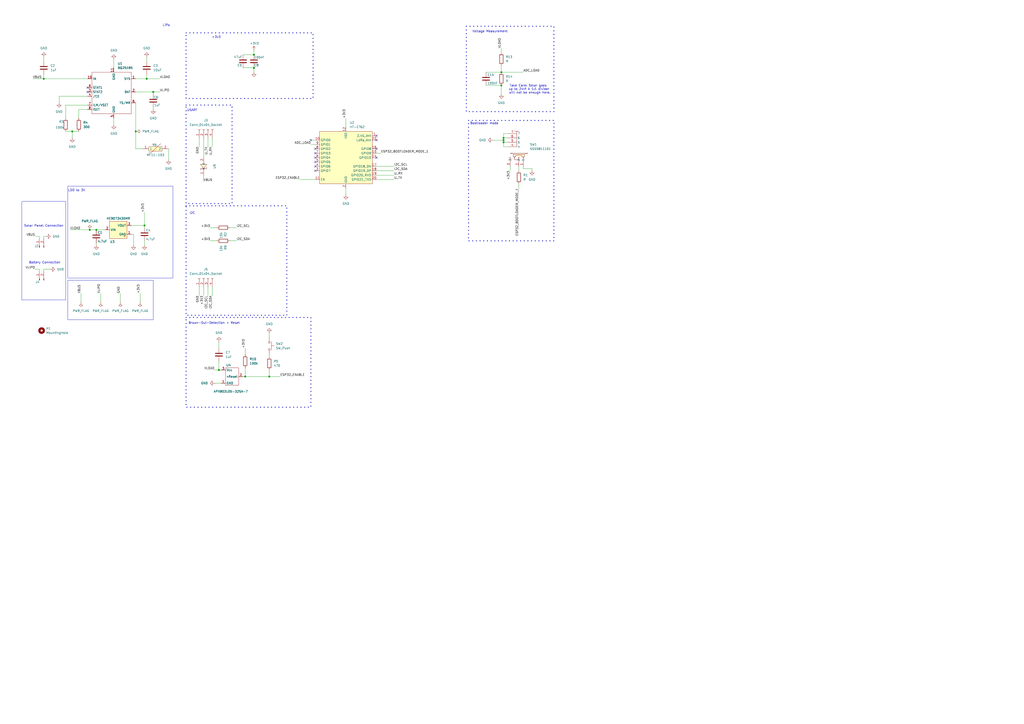
<source format=kicad_sch>
(kicad_sch (version 20250114) (generator "eeschema") (generator_version "9.0")
  (paper "A2")
  (title_block (title "SRCS") (date "2024-06-16"))
  (lib_symbols
    (symbol "Connector:Conn_01x02_Pin" (pin_names (offset 1.016) (hide yes))
      (property "Reference" "J" (at 0 2.54 0))
      (property "Value" "Conn_01x02_Pin" (at 0 -5.08 0))
      (symbol "Conn_01x02_Pin_1_1"
        (rectangle (start 0.8636 0.127) (end 0 -0.127) (stroke (width 0.1524)) (fill (type outline)))
        (rectangle (start 0.8636 -2.413) (end 0 -2.667) (stroke (width 0.1524)) (fill (type outline)))
        (polyline (pts (xy 1.27 0) (xy 0.8636 0)) (stroke (width 0.1524)))
        (polyline (pts (xy 1.27 -2.54) (xy 0.8636 -2.54)) (stroke (width 0.1524)))
        (pin passive line (at 5.08 0 180) (length 3.81) (name "Pin_1") (number "1"))
        (pin passive line (at 5.08 -2.54 180) (length 3.81) (name "Pin_2") (number "2"))
      )
    )
    (symbol "Connector:Conn_01x04_Socket" (pin_names (offset 1.016) (hide yes))
      (property "Reference" "J" (at 0 5.08 0))
      (property "Value" "Conn_01x04_Socket" (at 0 -7.62 0))
      (symbol "Conn_01x04_Socket_1_1"
        (polyline (pts (xy -1.27 2.54) (xy -0.508 2.54)) (stroke (width 0.1524)))
        (polyline (pts (xy -1.27 0) (xy -0.508 0)) (stroke (width 0.1524)))
        (polyline (pts (xy -1.27 -2.54) (xy -0.508 -2.54)) (stroke (width 0.1524)))
        (polyline (pts (xy -1.27 -5.08) (xy -0.508 -5.08)) (stroke (width 0.1524)))
        (arc (start 0 2.032) (mid -0.5058 2.54) (end 0 3.048) (stroke (width 0.1524)))
        (arc (start 0 -0.508) (mid -0.5058 0) (end 0 0.508) (stroke (width 0.1524)))
        (arc (start 0 -3.048) (mid -0.5058 -2.54) (end 0 -2.032) (stroke (width 0.1524)))
        (arc (start 0 -5.588) (mid -0.5058 -5.08) (end 0 -4.572) (stroke (width 0.1524)))
        (pin passive line (at -5.08 2.54 0) (length 3.81) (name "Pin_1") (number "1"))
        (pin passive line (at -5.08 0 0) (length 3.81) (name "Pin_2") (number "2"))
        (pin passive line (at -5.08 -2.54 0) (length 3.81) (name "Pin_3") (number "3"))
        (pin passive line (at -5.08 -5.08 0) (length 3.81) (name "Pin_4") (number "4"))
      )
    )
    (symbol "Device:C" (pin_numbers (hide yes)) (pin_names (offset 0.254))
      (property "Reference" "C" (at 0.635 2.54 0))
      (property "Value" "C" (at 0.635 -2.54 0))
      (symbol "C_0_1"
        (polyline (pts (xy -2.032 0.762) (xy 2.032 0.762)) (stroke (width 0.508)))
        (polyline (pts (xy -2.032 -0.762) (xy 2.032 -0.762)) (stroke (width 0.508)))
      )
      (symbol "C_1_1"
        (pin passive line (at 0 3.81 270) (length 2.794) (name "~") (number "1"))
        (pin passive line (at 0 -3.81 90) (length 2.794) (name "~") (number "2"))
      )
    )
    (symbol "Device:R" (pin_numbers (hide yes)) (pin_names (offset 0))
      (property "Reference" "R" (at 2.032 0 90))
      (property "Value" "R" (at 0 0 90))
      (symbol "R_0_1"
        (rectangle (start -1.016 -2.54) (end 1.016 2.54) (stroke (width 0.254)))
      )
      (symbol "R_1_1"
        (pin passive line (at 0 3.81 270) (length 1.27) (name "~") (number "1"))
        (pin passive line (at 0 -3.81 90) (length 1.27) (name "~") (number "2"))
      )
    )
    (symbol "Mechanical:MountingHole" (pin_names (offset 1.016)) (in_bom no)
      (property "Reference" "H" (at 0 5.08 0))
      (property "Value" "MountingHole" (at 0 3.175 0))
      (symbol "MountingHole_0_1"
        (circle (center 0 0) (radius 1.27) (stroke (width 1.27)))
      )
    )
    (symbol "RF_Module:HT-CT62"
      (property "Reference" "U" (at 0 0 0))
      (property "Value" "HT-CT62" (at 10.16 17.78 0))
      (symbol "HT-CT62_1_1"
        (rectangle (start -15.24 15.24) (end 15.24 -15.24) (fill (type background)))
        (pin bidirectional line (at -17.78 10.16 0) (length 2.54) (name "GPIO0") (number "10"))
        (pin bidirectional line (at -17.78 7.62 0) (length 2.54) (name "GPIO1") (number "9"))
        (pin bidirectional line (at -17.78 5.08 0) (length 2.54) (name "GPIO2") (number "8"))
        (pin bidirectional line (at -17.78 2.54 0) (length 2.54) (name "GPIO3") (number "7"))
        (pin bidirectional line (at -17.78 0 0) (length 2.54) (name "GPIO4") (number "6"))
        (pin bidirectional line (at -17.78 -2.54 0) (length 2.54) (name "GPIO5") (number "5"))
        (pin bidirectional line (at -17.78 -5.08 0) (length 2.54) (name "GPIO6") (number "4"))
        (pin bidirectional line (at -17.78 -7.62 0) (length 2.54) (name "GPIO7") (number "3"))
        (pin input line (at -17.78 -12.7 0) (length 2.54) (name "EN") (number "11"))
        (pin power_in line (at 0 17.78 270) (length 2.54) (name "VDD") (number "12"))
        (pin passive line (at 0 -17.78 90) (length 2.54) (hide yes) (name "GND") (number "13"))
        (pin power_in line (at 0 -17.78 90) (length 2.54) (name "GND") (number "2"))
        (pin passive line (at 0 -17.78 90) (length 2.54) (hide yes) (name "GND") (number "21"))
        (pin bidirectional line (at 17.78 12.7 180) (length 2.54) (name "2.4G_Ant") (number "1"))
        (pin bidirectional line (at 17.78 10.16 180) (length 2.54) (name "LoRa_Ant") (number "22"))
        (pin bidirectional line (at 17.78 5.08 180) (length 2.54) (name "GPIO8") (number "16"))
        (pin bidirectional line (at 17.78 2.54 180) (length 2.54) (name "GPIO9") (number "15"))
        (pin bidirectional line (at 17.78 0 180) (length 2.54) (name "GPIO10") (number "14"))
        (pin bidirectional line (at 17.78 -5.08 180) (length 2.54) (name "GPIO18_DN") (number "17"))
        (pin bidirectional line (at 17.78 -7.62 180) (length 2.54) (name "GPIO19_DP") (number "18"))
        (pin bidirectional line (at 17.78 -10.16 180) (length 2.54) (name "GPIO20_RXD") (number "19"))
        (pin bidirectional line (at 17.78 -12.7 180) (length 2.54) (name "GPIO21_TXD") (number "20"))
      )
    )
    (symbol "Switch:SW_Push" (pin_numbers (hide yes)) (pin_names (offset 1.016) (hide yes))
      (property "Reference" "SW" (at 1.27 2.54 0))
      (property "Value" "SW_Push" (at 0 -1.524 0))
      (symbol "SW_Push_0_1"
        (circle (center -2.032 0) (radius 0.508))
        (polyline (pts (xy 0 1.27) (xy 0 3.048)))
        (circle (center 2.032 0) (radius 0.508))
        (polyline (pts (xy 2.54 1.27) (xy -2.54 1.27)))
        (pin passive line (at -5.08 0 0) (length 2.54) (name "1") (number "1"))
        (pin passive line (at 5.08 0 180) (length 2.54) (name "2") (number "2"))
      )
    )
    (symbol "own_symbols:APX803L05-32SA-7"
      (property "Reference" "U" (at 0 0 0))
      (property "Value" "APX803L05-32SA-7" (at 3.302 2.286 0))
      (symbol "APX803L05-32SA-7_0_1"
        (rectangle (start 0 -1.27) (end 7.62 -11.43))
      )
      (symbol "APX803L05-32SA-7_1_1"
        (pin passive line (at -2.54 -2.54 0) (length 2.54) (name "Vcc") (number "3"))
        (pin passive line (at -2.54 -10.16 0) (length 2.54) (name "GND") (number "1"))
        (pin passive line (at 10.16 -6.35 180) (length 2.54) (name "nReset") (number "2"))
      )
    )
    (symbol "own_symbols:BQ25185"
      (property "Reference" "U" (at 0 0 0))
      (property "Value" "BQ25185" (at 0 0 0))
      (symbol "BQ25185_1_1"
        (rectangle (start 7.62 -1.27) (end 30.48 -25.4))
        (pin input line (at 5.08 -5.08 0) (length 2.54) (name "IN") (number "10"))
        (pin input line (at 5.08 -10.16 0) (length 2.54) (name "STAT1") (number "9"))
        (pin input line (at 5.08 -12.7 0) (length 2.54) (name "STAT2") (number "3"))
        (pin input line (at 5.08 -15.24 0) (length 2.54) (name "/CE") (number "4"))
        (pin input line (at 5.08 -20.32 0) (length 2.54) (name "ILM/VSET") (number "7"))
        (pin input line (at 5.08 -22.86 0) (length 2.54) (name "ISET") (number "8"))
        (pin input line (at 20.32 1.27 270) (length 2.54) (name "GND") (number "11"))
        (pin input line (at 20.32 -27.94 90) (length 2.54) (name "GND") (number "5"))
        (pin input line (at 33.02 -5.08 180) (length 2.54) (name "SYS") (number "1"))
        (pin input line (at 33.02 -12.7 180) (length 2.54) (name "BAT") (number "2"))
        (pin input line (at 33.02 -19.05 180) (length 2.54) (name "TS/MR") (number "6"))
      )
    )
    (symbol "own_symbols:HE9073A33MR"
      (property "Reference" "U" (at 0 7.62 0))
      (property "Value" "HE9073A33MR" (at 0 -7.62 0))
      (symbol "HE9073A33MR_0_1"
        (rectangle (start -5.08 5.08) (end 5.08 -5.08) (fill (type background)))
        (circle (center -3.81 3.81) (radius 0.38))
        (pin unspecified line (at -7.62 2.54 0) (length 2.54) (name "GND") (number "1"))
        (pin unspecified line (at -7.62 -2.54 0) (length 2.54) (name "VOUT") (number "3"))
        (pin unspecified line (at 7.62 0 180) (length 2.54) (name "VIN") (number "2"))
      )
    )
    (symbol "own_symbols:MF11-103"
      (property "Reference" "R" (at 0 5.08 0))
      (property "Value" "MF11-103" (at 0 -5.08 0))
      (symbol "MF11-103_0_1"
        (rectangle (start -3.81 1.27) (end 3.81 -1.27) (fill (type background)))
        (polyline (pts (xy 3.05 3.05) (xy -2.54 -2.29) (xy -3.81 -2.29)))
        (pin unspecified line (at -7.62 0 0) (length 3.81) (name "1") (number "1"))
        (pin unspecified line (at 7.62 0 180) (length 3.81) (name "2") (number "2"))
      )
    )
    (symbol "own_symbols:SS26_C5350986"
      (property "Reference" "U" (at 0 5.08 0))
      (property "Value" "SS26_C5350986" (at 0 -5.08 0))
      (symbol "SS26_C5350986_0_1"
        (polyline (pts (xy -1.78 1.27) (xy -1.78 1.78) (xy -1.27 1.78) (xy -1.27 -1.78) (xy -0.76 -1.78) (xy -0.76 -1.27)))
        (polyline (pts (xy -1.27 0) (xy -2.54 0)))
        (polyline (pts (xy 1.27 1.78) (xy -1.27 0) (xy 1.27 -1.78) (xy 1.27 1.78)) (fill (type background)))
        (polyline (pts (xy 2.54 0) (xy 1.27 0)))
        (pin unspecified line (at -5.08 0 0) (length 2.54) (name "K") (number "1"))
        (pin unspecified line (at 5.08 0 180) (length 2.54) (name "A") (number "2"))
      )
    )
    (symbol "own_symbols:SSSS811101"
      (property "Reference" "SW" (at 0 8.89 0))
      (property "Value" "SSSS811101" (at 0 -20.32 0))
      (symbol "SSSS811101_0_1"
        (polyline (pts (xy -1.27 1.27) (xy -1.27 -1.27)))
        (polyline (pts (xy -1.27 -1.52) (xy -1.52 -1.02)))
        (polyline (pts (xy -1.27 -1.52) (xy -1.02 -1.02)))
        (polyline (pts (xy 1.27 1.27) (xy 1.27 -1.27)))
        (polyline (pts (xy 1.27 0) (xy 3.81 0) (xy 3.81 -1.27)))
        (polyline (pts (xy 1.27 -1.52) (xy 1.02 -1.02)))
        (polyline (pts (xy 1.27 -1.52) (xy 1.52 -1.02)))
        (polyline (pts (xy 1.27 -16.51) (xy 3.81 -16.51)))
        (polyline (pts (xy 2.54 -7.62) (xy 2.54 -16.51)))
        (polyline (pts (xy 3.81 -1.52) (xy 3.56 -1.02)))
        (polyline (pts (xy 3.81 -1.52) (xy 4.06 -1.02)))
        (polyline (pts (xy 4.57 -1.78) (xy 4.57 -3.3) (xy -2.03 -3.3) (xy -2.03 -1.78) (xy -0.51 -1.78) (xy -0.51 -2.54) (xy 3.05 -2.54) (xy 3.05 -1.78) (xy 4.57 -1.78)) (fill (type background)))
        (polyline (pts (xy 5.08 -3.56) (xy 6.35 -3.81) (xy -4.06 -3.81) (xy -2.54 -3.56)))
        (polyline (pts (xy 6.35 1.27) (xy 6.35 -1.27)))
        (polyline (pts (xy 6.35 -1.52) (xy 6.1 -1.02)))
        (polyline (pts (xy 6.35 -1.52) (xy 6.6 -1.02)))
        (pin unspecified line (at -1.27 3.81 270) (length 2.54) (name "1") (number "1"))
        (pin unspecified line (at 1.27 3.81 270) (length 2.54) (name "2") (number "2"))
        (pin unspecified line (at 6.35 3.81 270) (length 2.54) (name "3") (number "3"))
        (pin unspecified line (at 7.62 -7.62 180) (length 5.08) (name "4") (number "4"))
        (pin unspecified line (at 7.62 -10.16 180) (length 5.08) (name "5") (number "5"))
        (pin unspecified line (at 7.62 -12.7 180) (length 5.08) (name "6") (number "6"))
        (pin unspecified line (at 7.62 -15.24 180) (length 5.08) (name "7") (number "7"))
      )
    )
    (symbol "power:+3V0" (power) (pin_numbers (hide yes)) (pin_names (offset 0) (hide yes))
      (property "Value" "+3V0" (at 0 3.556 0))
      (symbol "+3V0_0_1"
        (polyline (pts (xy -0.762 1.27) (xy 0 2.54)))
        (polyline (pts (xy 0 2.54) (xy 0.762 1.27)))
        (polyline (pts (xy 0 0) (xy 0 2.54)))
      )
      (symbol "+3V0_1_1"
        (pin power_in line (at 0 0 90) (length 0) (name "~") (number "1"))
      )
    )
    (symbol "power:GND" (power) (pin_numbers (hide yes)) (pin_names (offset 0) (hide yes))
      (property "Value" "GND" (at 0 -3.81 0))
      (symbol "GND_0_1"
        (polyline (pts (xy 0 0) (xy 0 -1.27) (xy 1.27 -1.27) (xy 0 -2.54) (xy -1.27 -1.27) (xy 0 -1.27)))
      )
      (symbol "GND_1_1"
        (pin power_in line (at 0 0 270) (length 0) (name "~") (number "1"))
      )
    )
    (symbol "power:PWR_FLAG" (power) (pin_numbers (hide yes)) (pin_names (offset 0) (hide yes))
      (property "Value" "PWR_FLAG" (at 0 3.81 0))
      (symbol "PWR_FLAG_0_0"
        (pin power_out line (at 0 0 90) (length 0) (name "~") (number "1"))
      )
      (symbol "PWR_FLAG_0_1"
        (polyline (pts (xy 0 0) (xy 0 1.27) (xy -1.016 1.905) (xy 0 2.54) (xy 1.016 1.905) (xy 0 1.27)))
      )
    )
  )
  (rectangle (start 107.95 19.05) (end 181.61 57.15) (stroke (width 0.508) (type dot)))
  (rectangle (start 107.95 60.96) (end 134.62 118.11) (stroke (width 0.508) (type dot)))
  (rectangle (start 107.95 119.38) (end 166.37 182.88) (stroke (width 0.508) (type dot)))
  (rectangle (start 39.37 162.56) (end 88.9 185.42))
  (rectangle (start 271.78 69.85) (end 321.31 139.7) (stroke (width 0.508) (type dot)))
  (rectangle (start 39.37 107.95) (end 100.33 161.29))
  (rectangle (start 12.7 116.84) (end 38.1 173.99))
  (rectangle (start 270.51 15.24) (end 321.31 64.77) (stroke (width 0.508) (type dot)))
  (rectangle (start 107.95 184.15) (end 180.34 236.22) (stroke (width 0.508) (type dot)))
  (text "Bootloader mode" (at 280.924 71.628 0) (effects (font (size 1.27 1.27))))
  (text "USART" (at 111.506 64.008 0) (effects (font (size 1.27 1.27))))
  (text "Voltage Measurement" (at 284.226 18.288 0) (effects (font (size 1.27 1.27))))
  (text "LiPo" (at 96.52 14.732 0) (effects (font (size 1.27 1.27))))
  (text "+3v3" (at 125.476 21.59 0) (effects (font (size 1.27 1.27))))
  (text "Brown-Out-Detection + Reset" (at 124.206 187.452 0) (effects (font (size 1.27 1.27))))
  (text "Solar Panel Connection" (at 25.4 131.064 0) (effects (font (size 1.27 1.27))))
  (text "LDO to 3V" (at 44.45 110.49 0) (effects (font (size 1.27 1.27))))
  (text "I2C" (at 111.506 123.698 0) (effects (font (size 1.27 1.27))))
  (text "Battery Connection" (at 25.908 152.4 0) (effects (font (size 1.27 1.27))))
  (text "Take Care: Solar goes \nup to 24V! A 1:1 divider\n will not be enough here." (at 306.832 51.816 0) (effects (font (size 1.27 1.27))))
  (junction (at 290.83 49.53))
  (junction (at 25.4 45.72))
  (junction (at 290.83 41.91))
  (junction (at 292.1 81.28))
  (junction (at 85.09 45.72))
  (junction (at 88.9 53.34))
  (junction (at 292.1 82.55))
  (junction (at 52.07 133.35))
  (junction (at 41.91 76.2))
  (junction (at 142.24 218.44))
  (junction (at 83.82 130.81))
  (junction (at 156.21 218.44))
  (junction (at 147.32 31.75))
  (junction (at 55.88 133.35))
  (junction (at 292.1 80.01))
  (junction (at 78.74 76.2))
  (junction (at 127 214.63))
  (junction (at 147.32 39.37))
  (no_connect (at 50.8 50.8))
  (no_connect (at 180.34 81.28))
  (no_connect (at 182.88 96.52))
  (no_connect (at 218.44 78.74))
  (no_connect (at 182.88 88.9))
  (no_connect (at 218.44 91.44))
  (no_connect (at 182.88 93.98))
  (no_connect (at 182.88 99.06))
  (no_connect (at 218.44 81.28))
  (no_connect (at 218.44 86.36))
  (no_connect (at 182.88 86.36))
  (no_connect (at 182.88 91.44))
  (no_connect (at 50.8 53.34))
  (wire (pts (xy 34.29 55.88) (xy 34.29 59.69)))
  (wire (pts (xy 38.1 68.58) (xy 38.1 60.96)))
  (wire (pts (xy 123.19 80.01) (xy 123.19 85.09)))
  (wire (pts (xy 290.83 41.91) (xy 303.53 41.91)))
  (wire (pts (xy 19.05 45.72) (xy 25.4 45.72)))
  (wire (pts (xy 140.97 31.75) (xy 147.32 31.75)))
  (wire (pts (xy 285.75 81.28) (xy 292.1 81.28)))
  (wire (pts (xy 55.88 133.35) (xy 60.96 133.35)))
  (wire (pts (xy 25.4 138.43) (xy 25.4 137.16)))
  (wire (pts (xy 300.99 106.68) (xy 300.99 109.22)))
  (wire (pts (xy 20.32 156.21) (xy 22.86 156.21)))
  (wire (pts (xy 123.19 166.37) (xy 123.19 171.45)))
  (wire (pts (xy 50.8 55.88) (xy 34.29 55.88)))
  (wire (pts (xy 88.9 62.23) (xy 88.9 63.5)))
  (wire (pts (xy 22.86 137.16) (xy 22.86 138.43)))
  (wire (pts (xy 25.4 45.72) (xy 50.8 45.72)))
  (wire (pts (xy 20.32 137.16) (xy 22.86 137.16)))
  (wire (pts (xy 156.21 218.44) (xy 162.56 218.44)))
  (wire (pts (xy 147.32 29.21) (xy 147.32 31.75)))
  (wire (pts (xy 292.1 82.55) (xy 294.64 82.55)))
  (wire (pts (xy 78.74 45.72) (xy 85.09 45.72)))
  (wire (pts (xy 292.1 82.55) (xy 292.1 85.09)))
  (wire (pts (xy 308.61 97.79) (xy 308.61 99.06)))
  (wire (pts (xy 78.74 59.69) (xy 78.74 76.2)))
  (wire (pts (xy 83.82 139.7) (xy 83.82 142.24)))
  (wire (pts (xy 140.97 218.44) (xy 142.24 218.44)))
  (wire (pts (xy 156.21 205.74) (xy 156.21 207.01)))
  (wire (pts (xy 218.44 101.6) (xy 228.6 101.6)))
  (wire (pts (xy 25.4 43.18) (xy 25.4 45.72)))
  (wire (pts (xy 200.66 68.58) (xy 200.66 73.66)))
  (wire (pts (xy 85.09 45.72) (xy 92.71 45.72)))
  (wire (pts (xy 292.1 77.47) (xy 292.1 80.01)))
  (wire (pts (xy 218.44 104.14) (xy 228.6 104.14)))
  (wire (pts (xy 292.1 80.01) (xy 292.1 81.28)))
  (wire (pts (xy 180.34 81.28) (xy 182.88 81.28)))
  (wire (pts (xy 294.64 77.47) (xy 292.1 77.47)))
  (wire (pts (xy 118.11 101.6) (xy 118.11 105.41)))
  (wire (pts (xy 38.1 60.96) (xy 50.8 60.96)))
  (wire (pts (xy 156.21 214.63) (xy 156.21 218.44)))
  (wire (pts (xy 97.79 86.36) (xy 97.79 92.71)))
  (wire (pts (xy 125.73 139.7) (xy 121.92 139.7)))
  (wire (pts (xy 78.74 86.36) (xy 82.55 86.36)))
  (wire (pts (xy 40.64 133.35) (xy 52.07 133.35)))
  (wire (pts (xy 83.82 130.81) (xy 83.82 132.08)))
  (wire (pts (xy 41.91 76.2) (xy 41.91 80.01)))
  (wire (pts (xy 292.1 81.28) (xy 292.1 82.55)))
  (wire (pts (xy 77.47 135.89) (xy 77.47 142.24)))
  (wire (pts (xy 290.83 38.1) (xy 290.83 41.91)))
  (wire (pts (xy 290.83 27.94) (xy 290.83 30.48)))
  (wire (pts (xy 115.57 80.01) (xy 115.57 85.09)))
  (wire (pts (xy 66.04 68.58) (xy 66.04 72.39)))
  (wire (pts (xy 290.83 49.53) (xy 290.83 54.61)))
  (wire (pts (xy 124.46 214.63) (xy 127 214.63)))
  (wire (pts (xy 218.44 99.06) (xy 228.6 99.06)))
  (wire (pts (xy 78.74 76.2) (xy 78.74 86.36)))
  (wire (pts (xy 76.2 130.81) (xy 83.82 130.81)))
  (wire (pts (xy 281.94 49.53) (xy 290.83 49.53)))
  (wire (pts (xy 88.9 53.34) (xy 92.71 53.34)))
  (wire (pts (xy 281.94 41.91) (xy 290.83 41.91)))
  (wire (pts (xy 25.4 137.16) (xy 26.67 137.16)))
  (wire (pts (xy 22.86 157.48) (xy 22.86 156.21)))
  (wire (pts (xy 127 198.12) (xy 127 201.93)))
  (wire (pts (xy 300.99 96.52) (xy 300.99 99.06)))
  (wire (pts (xy 218.44 96.52) (xy 228.6 96.52)))
  (wire (pts (xy 25.4 33.02) (xy 25.4 35.56)))
  (wire (pts (xy 295.91 96.52) (xy 295.91 99.06)))
  (wire (pts (xy 83.82 123.19) (xy 83.82 130.81)))
  (wire (pts (xy 25.4 156.21) (xy 29.21 156.21)))
  (wire (pts (xy 76.2 135.89) (xy 77.47 135.89)))
  (wire (pts (xy 147.32 39.37) (xy 147.32 41.91)))
  (wire (pts (xy 127 209.55) (xy 127 214.63)))
  (wire (pts (xy 125.73 132.08) (xy 121.92 132.08)))
  (wire (pts (xy 180.34 83.82) (xy 182.88 83.82)))
  (wire (pts (xy 55.88 140.97) (xy 55.88 142.24)))
  (wire (pts (xy 120.65 80.01) (xy 120.65 85.09)))
  (wire (pts (xy 52.07 133.35) (xy 55.88 133.35)))
  (wire (pts (xy 41.91 76.2) (xy 45.72 76.2)))
  (wire (pts (xy 25.4 157.48) (xy 25.4 156.21)))
  (wire (pts (xy 69.85 175.26) (xy 69.85 170.18)))
  (wire (pts (xy 140.97 39.37) (xy 147.32 39.37)))
  (wire (pts (xy 45.72 68.58) (xy 45.72 63.5)))
  (wire (pts (xy 142.24 201.93) (xy 142.24 205.74)))
  (wire (pts (xy 66.04 34.29) (xy 66.04 39.37)))
  (wire (pts (xy 292.1 85.09) (xy 294.64 85.09)))
  (wire (pts (xy 81.28 175.26) (xy 81.28 170.18)))
  (wire (pts (xy 38.1 76.2) (xy 41.91 76.2)))
  (wire (pts (xy 303.53 97.79) (xy 308.61 97.79)))
  (wire (pts (xy 200.66 109.22) (xy 200.66 113.03)))
  (wire (pts (xy 115.57 166.37) (xy 115.57 171.45)))
  (wire (pts (xy 120.65 166.37) (xy 120.65 171.45)))
  (wire (pts (xy 46.99 175.26) (xy 46.99 170.18)))
  (wire (pts (xy 156.21 193.04) (xy 156.21 195.58)))
  (wire (pts (xy 137.16 132.08) (xy 133.35 132.08)))
  (wire (pts (xy 78.74 53.34) (xy 88.9 53.34)))
  (wire (pts (xy 218.44 88.9) (xy 220.98 88.9)))
  (wire (pts (xy 85.09 45.72) (xy 85.09 43.18)))
  (wire (pts (xy 137.16 139.7) (xy 133.35 139.7)))
  (wire (pts (xy 173.99 104.14) (xy 182.88 104.14)))
  (wire (pts (xy 85.09 33.02) (xy 85.09 35.56)))
  (wire (pts (xy 45.72 63.5) (xy 50.8 63.5)))
  (wire (pts (xy 292.1 80.01) (xy 294.64 80.01)))
  (wire (pts (xy 142.24 218.44) (xy 156.21 218.44)))
  (wire (pts (xy 124.46 222.25) (xy 128.27 222.25)))
  (wire (pts (xy 118.11 80.01) (xy 118.11 91.44)))
  (wire (pts (xy 142.24 213.36) (xy 142.24 218.44)))
  (wire (pts (xy 118.11 166.37) (xy 118.11 171.45)))
  (wire (pts (xy 88.9 54.61) (xy 88.9 53.34)))
  (wire (pts (xy 303.53 96.52) (xy 303.53 97.79)))
  (wire (pts (xy 58.42 175.26) (xy 58.42 170.18)))
  (wire (pts (xy 127 214.63) (xy 128.27 214.63)))
  (label "U_RX" (at 228.6 101.6 0))
  (label "VLIPO" (at 92.71 53.34 0))
  (label "I2C_SCL" (at 120.65 171.45 270))
  (label "GND" (at 69.85 170.18 90))
  (label "VLOAD" (at 40.64 133.35 0))
  (label "ESP32_BOOTLOADER_MODE_1" (at 220.98 88.9 0))
  (label "GND" (at 115.57 171.45 270))
  (label "+3V3" (at 142.24 201.93 90))
  (label "+3V3" (at 295.91 99.06 270))
  (label "VBUS" (at 118.11 105.41 0))
  (label "VLIPO" (at 20.32 156.21 180))
  (label "VLOAD" (at 124.46 214.63 180))
  (label "I2C_SCL" (at 228.6 96.52 0))
  (label "U_TX" (at 228.6 104.14 0))
  (label "ESP32_BOOTLOADER_MODE_1" (at 300.99 109.22 270))
  (label "GND" (at 115.57 85.09 270))
  (label "+3V3" (at 118.11 171.45 270))
  (label "ESP32_ENABLE" (at 162.56 218.44 0))
  (label "I2C_SDA" (at 137.16 139.7 0))
  (label "+3V3" (at 83.82 123.19 90))
  (label "I2C_SCL" (at 137.16 132.08 0))
  (label "+3V3" (at 121.92 132.08 180))
  (label "+3V3" (at 121.92 139.7 180))
  (label "+3V3" (at 200.66 68.58 90))
  (label "U_TX" (at 120.65 85.09 270))
  (label "U_RX" (at 123.19 85.09 270))
  (label "ADC_LOAD" (at 303.53 41.91 0))
  (label "VLOAD" (at 290.83 27.94 90))
  (label "VBUS" (at 20.32 137.16 180))
  (label "VBUS" (at 19.05 45.72 0))
  (label "ESP32_ENABLE" (at 173.99 104.14 180))
  (label "VLOAD" (at 92.71 45.72 0))
  (label "I2C_SDA" (at 228.6 99.06 0))
  (label "I2C_SDA" (at 123.19 171.45 270))
  (label "+3V3" (at 81.28 170.18 90))
  (label "VBUS" (at 46.99 170.18 90))
  (label "VLIPO" (at 58.42 170.18 90))
  (label "ADC_LOAD" (at 180.34 83.82 180))
  (symbol (lib_id "power:GND") (at 147.32 41.91 0) (unit 1)
    (property "Reference" "#PWR015" (effects (hide yes)))
    (property "Value" "GND" (effects (hide yes)))
    (property "Description" "Power symbol creates a global label with name \"GND\" , ground" (effects (hide yes)))
  )
  (symbol (lib_id "Device:R") (at 290.83 45.72 0) (unit 1)
    (property "Reference" "R14" (at 293.37 44.4499 0) (effects (justify left)))
    (property "Value" "R" (at 293.37 46.9899 0) (effects (justify left)))
    (property "Footprint" "Resistor_SMD:R_0805_2012Metric_Pad1.20x1.40mm_HandSolder" (effects (hide yes)))
    (property "Description" "Resistor" (effects (hide yes)))
  )
  (symbol (lib_id "power:GND") (at 83.82 142.24 0) (unit 1)
    (property "Reference" "#PWR04" (effects (hide yes)))
    (property "Value" "GND" (at 83.82 147.32 0))
    (property "Description" "Power symbol creates a global label with name \"GND\" , ground" (effects (hide yes)))
  )
  (symbol (lib_id "power:+3V0") (at 147.32 29.21 0) (unit 1)
    (property "Reference" "#PWR018" (effects (hide yes)))
    (property "Value" "+3V3" (at 147.574 25.146 0))
    (property "Description" "Power symbol creates a global label with name \"+3V0\"" (effects (hide yes)))
  )
  (symbol (lib_id "power:GND") (at 25.4 33.02 180) (unit 1)
    (property "Reference" "#PWR01" (effects (hide yes)))
    (property "Value" "GND" (at 25.4 27.94 0))
    (property "Description" "Power symbol creates a global label with name \"GND\" , ground" (effects (hide yes)))
  )
  (symbol (lib_id "own_symbols:BQ25185") (at 45.72 40.64 0) (unit 1)
    (property "Reference" "U1" (at 68.2341 36.83 0) (effects (justify left)))
    (property "Value" "BQ25185" (at 68.2341 39.37 0) (effects (justify left)))
    (property "Footprint" "footprints:SON40P220X200X80-11N" (effects (hide yes)))
    (property "Datasheet" "https://www.ti.com/lit/ds/symlink/bq25185.pdf?ts=1722005908424&ref_url=https%253A%252F%252Fwww.ti.com%252Fproduct%252FBQ25185%253Fbm-verify%253DAAQAAAAJ_____6hVXXOfig1QrJYe5dcmy8OyrGCZv5oqgX6N77zS6YADkLiuOXdabWMQnL4cuTFBfOVMuK6g3Py6C890YoND-_6SSrIXMZJ2tQlivrzMzZ6HuICT7L24wuiqYV4l6MqbkRg4bRIdmAPjhMkP7h0XSu6y7-h4CgYJbRj4PP4C9wI4bKnu0WHtZrUTDism9XinBc6nfJy--5QQiaPKS2lWeoU5xdYm3rjkfwSqat7IitFp4Dc-00skjTGEPpJg96QO4kRbo0CAGj7PIJ3loMag8QMsoztZaT4B_mqdVA8bi1AdKRZX8GF5z0rfN_OKS5lZUYMWwiKsSVa-1seNBfbtv8HkhnhFlCq-s1lpE7mG7cDwUzA" (effects (hide yes)))
  )
  (symbol (lib_id "Device:C") (at 147.32 35.56 180) (unit 1)
    (property "Reference" "C8" (at 150.114 37.846 0) (effects (justify left)))
    (property "Value" "100nF" (at 153.416 33.274 0) (effects (justify left)))
    (property "Footprint" "Capacitor_SMD:C_0805_2012Metric_Pad1.18x1.45mm_HandSolder" (effects (hide yes)))
    (property "Description" "Unpolarized capacitor" (effects (hide yes)))
  )
  (symbol (lib_id "Device:C") (at 140.97 35.56 180) (unit 1)
    (property "Reference" "C5" (at 137.668 37.846 0) (effects (justify right)))
    (property "Value" "47uF" (at 135.636 33.02 0) (effects (justify right)))
    (property "Footprint" "Resistor_SMD:R_1206_3216Metric_Pad1.30x1.75mm_HandSolder" (effects (hide yes)))
    (property "Description" "Unpolarized capacitor" (effects (hide yes)))
  )
  (symbol (lib_id "power:GND") (at 290.83 54.61 0) (unit 1)
    (property "Reference" "#PWR037" (effects (hide yes)))
    (property "Value" "GND" (at 290.83 59.69 0))
    (property "Description" "Power symbol creates a global label with name \"GND\" , ground" (effects (hide yes)))
  )
  (symbol (lib_id "Device:R") (at 129.54 132.08 270) (unit 1)
    (property "Reference" "R2" (at 130.8101 134.62 0) (effects (justify left)))
    (property "Value" "10k" (at 128.2701 134.62 0) (effects (justify left)))
    (property "Footprint" "Resistor_SMD:R_0805_2012Metric_Pad1.20x1.40mm_HandSolder" (effects (hide yes)))
    (property "Description" "Resistor" (effects (hide yes)))
  )
  (symbol (lib_id "power:GND") (at 308.61 99.06 0) (unit 1)
    (property "Reference" "#PWR02" (effects (hide yes)))
    (property "Value" "GND" (at 308.61 104.14 0))
    (property "Description" "Power symbol creates a global label with name \"GND\" , ground" (effects (hide yes)))
  )
  (symbol (lib_id "Device:R") (at 290.83 34.29 0) (unit 1)
    (property "Reference" "R13" (at 293.37 33.0199 0) (effects (justify left)))
    (property "Value" "R" (at 293.37 35.5599 0) (effects (justify left)))
    (property "Footprint" "Resistor_SMD:R_0805_2012Metric_Pad1.20x1.40mm_HandSolder" (effects (hide yes)))
    (property "Description" "Resistor" (effects (hide yes)))
  )
  (symbol (lib_id "Switch:SW_Push") (at 156.21 200.66 270) (unit 1)
    (property "Reference" "SW2" (at 160.02 199.3899 90) (effects (justify left)))
    (property "Value" "SW_Push" (at 160.02 201.9299 90) (effects (justify left)))
    (property "Footprint" "footprints:SMA_L4.3-W2.6-LS5.1-RD" (effects (hide yes)))
    (property "Description" "Push button switch, generic, two pins" (effects (hide yes)))
  )
  (symbol (lib_id "Device:R") (at 129.54 139.7 270) (unit 1)
    (property "Reference" "R9" (at 130.8101 142.24 0) (effects (justify left)))
    (property "Value" "10k" (at 128.2701 142.24 0) (effects (justify left)))
    (property "Footprint" "Resistor_SMD:R_0805_2012Metric_Pad1.20x1.40mm_HandSolder" (effects (hide yes)))
    (property "Description" "Resistor" (effects (hide yes)))
  )
  (symbol (lib_id "power:GND") (at 26.67 137.16 90) (unit 1)
    (property "Reference" "#PWR011" (effects (hide yes)))
    (property "Value" "GND" (at 30.48 137.1599 90) (effects (justify right)))
    (property "Description" "Power symbol creates a global label with name \"GND\" , ground" (effects (hide yes)))
  )
  (symbol (lib_id "power:GND") (at 41.91 80.01 0) (unit 1)
    (property "Reference" "#PWR06" (effects (hide yes)))
    (property "Value" "GND" (at 41.91 85.09 0))
    (property "Description" "Power symbol creates a global label with name \"GND\" , ground" (effects (hide yes)))
  )
  (symbol (lib_id "own_symbols:SS26_C5350986") (at 118.11 96.52 90) (unit 1)
    (property "Reference" "U9" (at 124.46 96.52 0))
    (property "Value" "SS26_C5350986" (effects (hide yes)))
    (property "Footprint" "footprints:SMA_L4.3-W2.6-LS5.1-RD" (effects (hide yes)))
    (property "LCSC Part" "C5350986" (effects (hide yes)))
  )
  (symbol (lib_id "power:PWR_FLAG") (at 46.99 175.26 180) (unit 1)
    (property "Reference" "#FLG01" (effects (hide yes)))
    (property "Value" "PWR_FLAG" (at 46.99 180.34 0))
    (property "Description" "Special symbol for telling ERC where power comes from" (effects (hide yes)))
  )
  (symbol (lib_id "Device:R") (at 156.21 210.82 0) (unit 1)
    (property "Reference" "R5" (at 158.75 209.5499 0) (effects (justify left)))
    (property "Value" "470" (at 158.75 212.0899 0) (effects (justify left)))
    (property "Footprint" "Resistor_SMD:R_0805_2012Metric_Pad1.20x1.40mm_HandSolder" (effects (hide yes)))
    (property "Description" "Resistor" (effects (hide yes)))
  )
  (symbol (lib_id "Device:C") (at 25.4 39.37 0) (unit 1)
    (property "Reference" "C2" (at 29.21 38.0999 0) (effects (justify left)))
    (property "Value" "1uF" (at 29.21 40.6399 0) (effects (justify left)))
    (property "Footprint" "Capacitor_SMD:C_0805_2012Metric_Pad1.18x1.45mm_HandSolder" (effects (hide yes)))
    (property "Description" "Unpolarized capacitor" (effects (hide yes)))
  )
  (symbol (lib_id "Device:C") (at 281.94 45.72 0) (unit 1)
    (property "Reference" "C15" (at 282.702 43.434 0) (effects (justify left)))
    (property "Value" "100nF" (at 282.702 48.26 0) (effects (justify left)))
    (property "Footprint" "Capacitor_SMD:C_0805_2012Metric_Pad1.18x1.45mm_HandSolder" (effects (hide yes)))
    (property "Description" "Unpolarized capacitor" (effects (hide yes)))
  )
  (symbol (lib_id "own_symbols:MF11-103") (at 90.17 86.36 0) (unit 1)
    (property "Reference" "R6" (at 89.662 84.074 0))
    (property "Value" "MF11-103" (at 90.17 89.916 0))
    (property "Footprint" "Resistor_SMD:R_0805_2012Metric_Pad1.20x1.40mm_HandSolder" (effects (hide yes)))
    (property "Datasheet" "https://lcsc.com/product-detail/NTC-Thermistors_10KR-20-Thermistor-green_C70913.html" (effects (hide yes)))
    (property "LCSC Part" "C70913" (effects (hide yes)))
  )
  (symbol (lib_id "Device:R") (at 142.24 209.55 0) (unit 1)
    (property "Reference" "R10" (at 144.78 208.2799 0) (effects (justify left)))
    (property "Value" "100k" (at 144.78 210.8199 0) (effects (justify left)))
    (property "Footprint" "Resistor_SMD:R_0805_2012Metric_Pad1.20x1.40mm_HandSolder" (effects (hide yes)))
    (property "Description" "Resistor" (effects (hide yes)))
  )
  (symbol (lib_id "Device:C") (at 127 205.74 0) (unit 1)
    (property "Reference" "C7" (at 130.81 204.4699 0) (effects (justify left)))
    (property "Value" "1uF" (at 130.81 207.0099 0) (effects (justify left)))
    (property "Footprint" "Capacitor_SMD:C_1206_3216Metric_Pad1.33x1.80mm_HandSolder" (effects (hide yes)))
    (property "Description" "Unpolarized capacitor" (effects (hide yes)))
  )
  (symbol (lib_id "Device:R") (at 300.99 102.87 0) (unit 1)
    (property "Reference" "R1" (at 303.53 101.5999 0) (effects (justify left)))
    (property "Value" "R" (at 303.53 104.1399 0) (effects (justify left)))
    (property "Footprint" "Resistor_SMD:R_0805_2012Metric_Pad1.20x1.40mm_HandSolder" (effects (hide yes)))
    (property "Description" "Resistor" (effects (hide yes)))
  )
  (symbol (lib_id "power:GND") (at 97.79 92.71 0) (unit 1)
    (property "Reference" "#PWR012" (effects (hide yes)))
    (property "Value" "GND" (at 97.79 97.79 0))
    (property "Description" "Power symbol creates a global label with name \"GND\" , ground" (effects (hide yes)))
  )
  (symbol (lib_id "power:GND") (at 88.9 63.5 0) (unit 1)
    (property "Reference" "#PWR016" (effects (hide yes)))
    (property "Value" "GND" (at 88.9 68.58 0))
    (property "Description" "Power symbol creates a global label with name \"GND\" , ground" (effects (hide yes)))
  )
  (symbol (lib_id "power:GND") (at 66.04 72.39 0) (unit 1)
    (property "Reference" "#PWR07" (effects (hide yes)))
    (property "Value" "GND" (at 66.04 77.47 0))
    (property "Description" "Power symbol creates a global label with name \"GND\" , ground" (effects (hide yes)))
  )
  (symbol (lib_id "power:GND") (at 77.47 142.24 0) (unit 1)
    (property "Reference" "#PWR014" (effects (hide yes)))
    (property "Value" "GND" (at 77.47 147.32 0))
    (property "Description" "Power symbol creates a global label with name \"GND\" , ground" (effects (hide yes)))
  )
  (symbol (lib_id "power:GND") (at 285.75 81.28 270) (unit 1)
    (property "Reference" "#PWR021" (effects (hide yes)))
    (property "Value" "GND" (at 281.94 81.2799 90) (effects (justify right)))
    (property "Description" "Power symbol creates a global label with name \"GND\" , ground" (effects (hide yes)))
  )
  (symbol (lib_id "Connector:Conn_01x02_Pin") (at 22.86 162.56 90) (unit 1)
    (property "Reference" "J4" (at 20.574 163.576 90) (effects (justify right)))
    (property "Value" "Conn_01x02_Pin" (effects (hide yes)))
    (property "Footprint" "Connector_JST:JST_PH_B2B-PH-K_1x02_P2.00mm_Vertical" (effects (hide yes)))
    (property "Description" "Generic connector, single row, 01x02, script generated" (effects (hide yes)))
  )
  (symbol (lib_id "Mechanical:MountingHole") (at 24.13 191.77 0) (unit 1) (in_bom no)
    (property "Reference" "H1" (at 26.67 190.4999 0) (effects (justify left)))
    (property "Value" "MountingHole" (at 26.67 193.0399 0) (effects (justify left)))
    (property "Footprint" "MountingHole:MountingHole_2.7mm_M2.5_ISO14580_Pad_TopBottom" (effects (hide yes)))
    (property "Description" "Mounting Hole without connection" (effects (hide yes)))
  )
  (symbol (lib_id "power:GND") (at 55.88 142.24 0) (unit 1)
    (property "Reference" "#PWR013" (effects (hide yes)))
    (property "Value" "GND" (at 55.88 147.32 0))
    (property "Description" "Power symbol creates a global label with name \"GND\" , ground" (effects (hide yes)))
  )
  (symbol (lib_id "power:GND") (at 85.09 33.02 180) (unit 1)
    (property "Reference" "#PWR09" (effects (hide yes)))
    (property "Value" "GND" (at 85.09 27.94 0))
    (property "Description" "Power symbol creates a global label with name \"GND\" , ground" (effects (hide yes)))
  )
  (symbol (lib_id "power:GND") (at 200.66 113.03 0) (unit 1)
    (property "Reference" "#PWR019" (effects (hide yes)))
    (property "Value" "GND" (at 200.66 118.11 0))
    (property "Description" "Power symbol creates a global label with name \"GND\" , ground" (effects (hide yes)))
  )
  (symbol (lib_id "Connector:Conn_01x04_Socket") (at 118.11 161.29 90) (unit 1)
    (property "Reference" "J5" (at 119.38 156.21 90))
    (property "Value" "Conn_01x04_Socket" (at 119.38 158.75 90))
    (property "Footprint" "Connector_JST:JST_PH_B4B-PH-K_1x04_P2.00mm_Vertical" (effects (hide yes)))
    (property "Description" "Generic connector, single row, 01x04, script generated" (effects (hide yes)))
  )
  (symbol (lib_id "own_symbols:HE9073A33MR") (at 68.58 133.35 180) (unit 1)
    (property "Reference" "U3" (at 63.754 140.208 0) (effects (justify right)))
    (property "Value" "HE9073A30MR" (at 61.722 126.746 0) (effects (justify right)))
    (property "Footprint" "footprints:SOT-23-3_L2.9-W1.6-P1.90-LS2.8-BR-CW" (effects (hide yes)))
    (property "Datasheet" "https://www.lcsc.com/datasheet/lcsc_datasheet_2304140030_HEERMICR-HE9073A30MR_C723792.pdf" (effects (hide yes)))
    (property "LCSC Part" "C723793" (effects (hide yes)))
  )
  (symbol (lib_id "power:GND") (at 66.04 34.29 180) (unit 1)
    (property "Reference" "#PWR08" (effects (hide yes)))
    (property "Value" "GND" (at 66.04 29.21 0))
    (property "Description" "Power symbol creates a global label with name \"GND\" , ground" (effects (hide yes)))
  )
  (symbol (lib_id "Device:C") (at 85.09 39.37 0) (unit 1)
    (property "Reference" "C3" (at 88.9 38.0999 0) (effects (justify left)))
    (property "Value" "10uF" (at 88.9 40.6399 0) (effects (justify left)))
    (property "Footprint" "Capacitor_SMD:C_0805_2012Metric_Pad1.18x1.45mm_HandSolder" (effects (hide yes)))
    (property "Description" "Unpolarized capacitor" (effects (hide yes)))
  )
  (symbol (lib_id "power:PWR_FLAG") (at 78.74 76.2 270) (unit 1)
    (property "Reference" "#FLG05" (effects (hide yes)))
    (property "Value" "PWR_FLAG" (at 82.55 76.1999 90) (effects (justify left)))
    (property "Description" "Special symbol for telling ERC where power comes from" (effects (hide yes)))
  )
  (symbol (lib_id "Device:C") (at 83.82 135.89 0) (unit 1)
    (property "Reference" "C4" (at 84.582 133.604 0) (effects (justify left)))
    (property "Value" "4.7uF" (at 84.582 138.684 0) (effects (justify left)))
    (property "Footprint" "Capacitor_SMD:C_0805_2012Metric_Pad1.18x1.45mm_HandSolder" (effects (hide yes)))
    (property "Description" "Unpolarized capacitor" (effects (hide yes)))
  )
  (symbol (lib_id "own_symbols:APX803L05-32SA-7") (at 130.81 212.09 0) (unit 1)
    (property "Reference" "U4" (at 132.588 211.836 0))
    (property "Value" "APX803L05-32SA-7" (at 133.858 227.076 0))
    (property "Footprint" "footprints:SOT23-3" (effects (hide yes)))
    (property "Datasheet" "https://wmsc.lcsc.com/wmsc/upload/file/pdf/v2/lcsc/2304140030_Diodes-Incorporated-APX803L05-32SA-7_C2067928.pdf" (effects (hide yes)))
    (property "Description" "35ms Active Low 1 SOT-23 Supervisor and Reset ICs ROHS" (effects (hide yes)))
  )
  (symbol (lib_id "power:GND") (at 29.21 156.21 90) (unit 1)
    (property "Reference" "#PWR020" (effects (hide yes)))
    (property "Value" "GND" (at 33.02 156.2099 90) (effects (justify right)))
    (property "Description" "Power symbol creates a global label with name \"GND\" , ground" (effects (hide yes)))
  )
  (symbol (lib_id "Connector:Conn_01x04_Socket") (at 118.11 74.93 90) (unit 1)
    (property "Reference" "J3" (at 119.38 69.85 90))
    (property "Value" "Conn_01x04_Socket" (at 119.38 72.39 90))
    (property "Footprint" "Connector_JST:JST_PH_B4B-PH-K_1x04_P2.00mm_Vertical" (effects (hide yes)))
    (property "Description" "Generic connector, single row, 01x04, script generated" (effects (hide yes)))
  )
  (symbol (lib_id "power:GND") (at 34.29 59.69 0) (unit 1)
    (property "Reference" "#PWR05" (effects (hide yes)))
    (property "Value" "GND" (at 34.29 64.77 0))
    (property "Description" "Power symbol creates a global label with name \"GND\" , ground" (effects (hide yes)))
  )
  (symbol (lib_id "RF_Module:HT-CT62") (at 200.66 91.44 0) (unit 1)
    (property "Reference" "U2" (at 202.8541 71.12 0) (effects (justify left)))
    (property "Value" "HT-CT62" (at 202.8541 73.66 0) (effects (justify left)))
    (property "Footprint" "RF_Module:Heltec_HT-CT62" (effects (hide yes)))
    (property "Datasheet" "https://resource.heltec.cn/download/HT-CT62/HT-CT62(Rev1.1).pdf" (effects (hide yes)))
    (property "Description" "LoRa/LoRaWAN node module with ESP32-C3 and SX1262" (effects (hide yes)))
  )
  (symbol (lib_id "power:GND") (at 124.46 222.25 270) (unit 1)
    (property "Reference" "#PWR03" (effects (hide yes)))
    (property "Value" "GND" (at 120.65 222.2499 90) (effects (justify right)))
    (property "Description" "Power symbol creates a global label with name \"GND\" , ground" (effects (hide yes)))
  )
  (symbol (lib_id "power:PWR_FLAG") (at 58.42 175.26 180) (unit 1)
    (property "Reference" "#FLG03" (effects (hide yes)))
    (property "Value" "PWR_FLAG" (at 58.42 180.34 0))
    (property "Description" "Special symbol for telling ERC where power comes from" (effects (hide yes)))
  )
  (symbol (lib_id "power:PWR_FLAG") (at 69.85 175.26 180) (unit 1)
    (property "Reference" "#FLG02" (effects (hide yes)))
    (property "Value" "PWR_FLAG" (at 69.85 180.34 0))
    (property "Description" "Special symbol for telling ERC where power comes from" (effects (hide yes)))
  )
  (symbol (lib_id "Device:R") (at 38.1 72.39 0) (unit 1)
    (property "Reference" "R3" (at 34.29 70.612 0) (effects (justify left)))
    (property "Value" "100k" (at 32.258 73.914 0) (effects (justify left)))
    (property "Footprint" "Resistor_SMD:R_0805_2012Metric_Pad1.20x1.40mm_HandSolder" (effects (hide yes)))
    (property "Description" "Resistor" (effects (hide yes)))
  )
  (symbol (lib_id "power:PWR_FLAG") (at 81.28 175.26 180) (unit 1)
    (property "Reference" "#FLG06" (effects (hide yes)))
    (property "Value" "PWR_FLAG" (at 81.28 180.34 0))
    (property "Description" "Special symbol for telling ERC where power comes from" (effects (hide yes)))
  )
  (symbol (lib_id "power:GND") (at 127 198.12 180) (unit 1)
    (property "Reference" "#PWR022" (effects (hide yes)))
    (property "Value" "GND" (at 127 193.04 0))
    (property "Description" "Power symbol creates a global label with name \"GND\" , ground" (effects (hide yes)))
  )
  (symbol (lib_id "Connector:Conn_01x02_Pin") (at 22.86 143.51 90) (unit 1)
    (property "Reference" "J2" (at 22.352 142.748 90) (effects (justify left)))
    (property "Value" "Conn_01x02_Socket" (effects (hide yes)))
    (property "Footprint" "Connector_JST:JST_PH_B2B-PH-K_1x02_P2.00mm_Vertical" (effects (hide yes)))
    (property "Description" "Generic connector, single row, 01x02, script generated" (effects (hide yes)))
  )
  (symbol (lib_id "Device:R") (at 45.72 72.39 0) (unit 1)
    (property "Reference" "R4" (at 48.26 71.1199 0) (effects (justify left)))
    (property "Value" "300" (at 48.26 73.6599 0) (effects (justify left)))
    (property "Footprint" "Resistor_SMD:R_0805_2012Metric_Pad1.20x1.40mm_HandSolder" (effects (hide yes)))
    (property "Description" "Resistor" (effects (hide yes)))
  )
  (symbol (lib_id "power:PWR_FLAG") (at 52.07 133.35 0) (unit 1)
    (property "Reference" "#FLG04" (effects (hide yes)))
    (property "Value" "PWR_FLAG" (at 52.07 128.27 0))
    (property "Description" "Special symbol for telling ERC where power comes from" (effects (hide yes)))
  )
  (symbol (lib_id "own_symbols:SSSS811101") (at 302.26 92.71 180) (unit 1)
    (property "Reference" "SW1" (at 307.34 83.8199 0) (effects (justify right)))
    (property "Value" "SSSS811101" (at 307.34 86.3599 0) (effects (justify right)))
    (property "Footprint" "footprints:SW-SMD_SSSS811101" (effects (hide yes)))
    (property "Datasheet" "https://lcsc.com/product-detail/Toggle-Switches_ALPS_SSSS811101_SSSS811101_C109335.html" (effects (hide yes)))
    (property "LCSC Part" "C109335" (effects (hide yes)))
  )
  (symbol (lib_id "Device:C") (at 55.88 137.16 0) (unit 1)
    (property "Reference" "C1" (at 56.642 134.874 0) (effects (justify left)))
    (property "Value" "4.7uF" (at 56.642 139.954 0) (effects (justify left)))
    (property "Footprint" "Capacitor_SMD:C_0805_2012Metric_Pad1.18x1.45mm_HandSolder" (effects (hide yes)))
    (property "Description" "Unpolarized capacitor" (effects (hide yes)))
  )
  (symbol (lib_id "power:GND") (at 156.21 193.04 180) (unit 1)
    (property "Reference" "#PWR017" (effects (hide yes)))
    (property "Value" "GND" (at 156.21 187.96 0))
    (property "Description" "Power symbol creates a global label with name \"GND\" , ground" (effects (hide yes)))
  )
  (symbol (lib_id "Device:C") (at 88.9 58.42 0) (unit 1)
    (property "Reference" "C6" (at 89.154 56.388 0) (effects (justify left)))
    (property "Value" "1uF" (at 89.408 60.96 0) (effects (justify left)))
    (property "Footprint" "Capacitor_SMD:C_0805_2012Metric_Pad1.18x1.45mm_HandSolder" (effects (hide yes)))
    (property "Description" "Unpolarized capacitor" (effects (hide yes)))
  )
)
</source>
